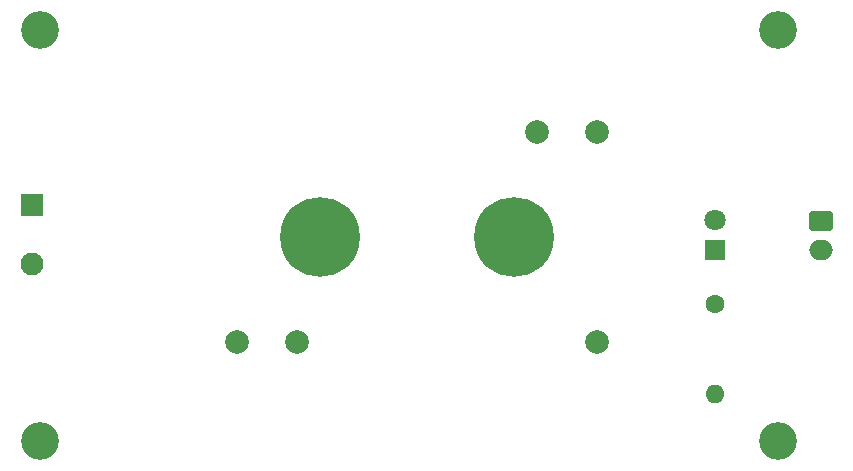
<source format=gbs>
G04 #@! TF.GenerationSoftware,KiCad,Pcbnew,(6.0.9)*
G04 #@! TF.CreationDate,2022-11-27T02:50:24+01:00*
G04 #@! TF.ProjectId,ll-irm-psu-board,6c6c2d69-726d-42d7-9073-752d626f6172,0.1*
G04 #@! TF.SameCoordinates,Original*
G04 #@! TF.FileFunction,Soldermask,Bot*
G04 #@! TF.FilePolarity,Negative*
%FSLAX46Y46*%
G04 Gerber Fmt 4.6, Leading zero omitted, Abs format (unit mm)*
G04 Created by KiCad (PCBNEW (6.0.9)) date 2022-11-27 02:50:24*
%MOMM*%
%LPD*%
G01*
G04 APERTURE LIST*
G04 Aperture macros list*
%AMRoundRect*
0 Rectangle with rounded corners*
0 $1 Rounding radius*
0 $2 $3 $4 $5 $6 $7 $8 $9 X,Y pos of 4 corners*
0 Add a 4 corners polygon primitive as box body*
4,1,4,$2,$3,$4,$5,$6,$7,$8,$9,$2,$3,0*
0 Add four circle primitives for the rounded corners*
1,1,$1+$1,$2,$3*
1,1,$1+$1,$4,$5*
1,1,$1+$1,$6,$7*
1,1,$1+$1,$8,$9*
0 Add four rect primitives between the rounded corners*
20,1,$1+$1,$2,$3,$4,$5,0*
20,1,$1+$1,$4,$5,$6,$7,0*
20,1,$1+$1,$6,$7,$8,$9,0*
20,1,$1+$1,$8,$9,$2,$3,0*%
G04 Aperture macros list end*
%ADD10RoundRect,0.250000X-0.750000X0.600000X-0.750000X-0.600000X0.750000X-0.600000X0.750000X0.600000X0*%
%ADD11O,2.000000X1.700000*%
%ADD12R,1.800000X1.800000*%
%ADD13C,1.800000*%
%ADD14C,6.750000*%
%ADD15C,2.000000*%
%ADD16C,3.200000*%
%ADD17R,1.950000X1.950000*%
%ADD18C,1.950000*%
%ADD19C,1.600000*%
%ADD20O,1.600000X1.600000*%
G04 APERTURE END LIST*
D10*
X135375000Y-60900000D03*
D11*
X135375000Y-63400000D03*
D12*
X126350000Y-63425000D03*
D13*
X126350000Y-60885000D03*
D14*
X109370000Y-62250000D03*
X92930000Y-62250000D03*
D15*
X111310000Y-53370000D03*
X116390000Y-53370000D03*
X116390000Y-71150000D03*
X90990000Y-71150000D03*
X85910000Y-71150000D03*
D16*
X69250000Y-44760000D03*
D17*
X68550000Y-59550000D03*
D18*
X68550000Y-64550000D03*
D16*
X131740000Y-44760000D03*
X131740000Y-79550000D03*
X69250000Y-79550000D03*
D19*
X126350000Y-67940000D03*
D20*
X126350000Y-75560000D03*
M02*

</source>
